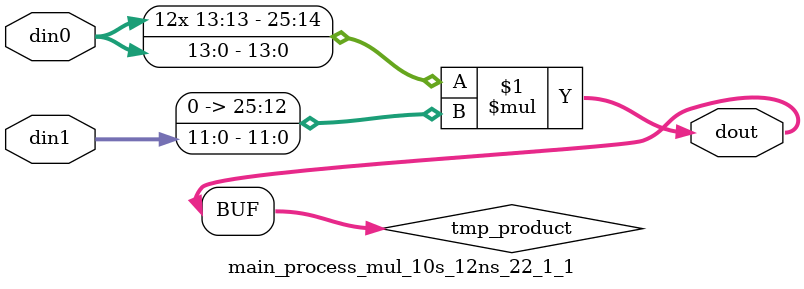
<source format=v>

`timescale 1 ns / 1 ps

 module main_process_mul_10s_12ns_22_1_1(din0, din1, dout);
parameter ID = 1;
parameter NUM_STAGE = 0;
parameter din0_WIDTH = 14;
parameter din1_WIDTH = 12;
parameter dout_WIDTH = 26;

input [din0_WIDTH - 1 : 0] din0; 
input [din1_WIDTH - 1 : 0] din1; 
output [dout_WIDTH - 1 : 0] dout;

wire signed [dout_WIDTH - 1 : 0] tmp_product;


























assign tmp_product = $signed(din0) * $signed({1'b0, din1});









assign dout = tmp_product;





















endmodule

</source>
